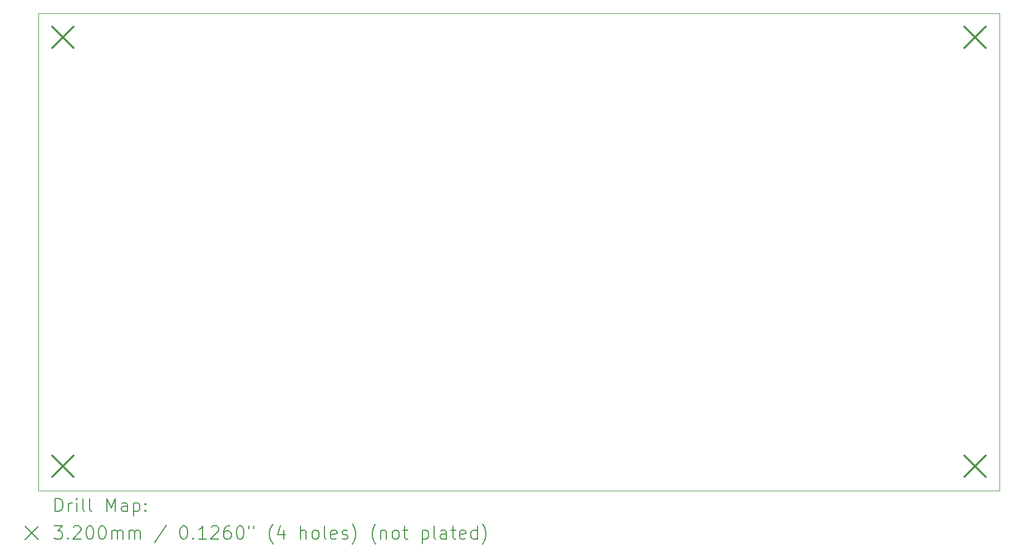
<source format=gbr>
%TF.GenerationSoftware,KiCad,Pcbnew,8.0.1*%
%TF.CreationDate,2024-10-20T11:36:08+02:00*%
%TF.ProjectId,MISRC_v2.2,4d495352-435f-4763-922e-322e6b696361,0.3*%
%TF.SameCoordinates,Original*%
%TF.FileFunction,Drillmap*%
%TF.FilePolarity,Positive*%
%FSLAX45Y45*%
G04 Gerber Fmt 4.5, Leading zero omitted, Abs format (unit mm)*
G04 Created by KiCad (PCBNEW 8.0.1) date 2024-10-20 11:36:08*
%MOMM*%
%LPD*%
G01*
G04 APERTURE LIST*
%ADD10C,0.100000*%
%ADD11C,0.200000*%
%ADD12C,0.320000*%
G04 APERTURE END LIST*
D10*
X20675000Y-13589400D02*
X20675000Y-6325000D01*
X6057300Y-13589000D02*
X20675000Y-13589000D01*
X20675600Y-6324600D02*
X6057900Y-6324600D01*
X6057900Y-6324600D02*
X6057900Y-13589000D01*
D11*
D12*
X6266200Y-6532900D02*
X6586200Y-6852900D01*
X6586200Y-6532900D02*
X6266200Y-6852900D01*
X6266200Y-13060700D02*
X6586200Y-13380700D01*
X6586200Y-13060700D02*
X6266200Y-13380700D01*
X20147300Y-6532900D02*
X20467300Y-6852900D01*
X20467300Y-6532900D02*
X20147300Y-6852900D01*
X20147300Y-13060700D02*
X20467300Y-13380700D01*
X20467300Y-13060700D02*
X20147300Y-13380700D01*
D11*
X6313077Y-13905884D02*
X6313077Y-13705884D01*
X6313077Y-13705884D02*
X6360696Y-13705884D01*
X6360696Y-13705884D02*
X6389267Y-13715408D01*
X6389267Y-13715408D02*
X6408315Y-13734455D01*
X6408315Y-13734455D02*
X6417839Y-13753503D01*
X6417839Y-13753503D02*
X6427362Y-13791598D01*
X6427362Y-13791598D02*
X6427362Y-13820169D01*
X6427362Y-13820169D02*
X6417839Y-13858265D01*
X6417839Y-13858265D02*
X6408315Y-13877312D01*
X6408315Y-13877312D02*
X6389267Y-13896360D01*
X6389267Y-13896360D02*
X6360696Y-13905884D01*
X6360696Y-13905884D02*
X6313077Y-13905884D01*
X6513077Y-13905884D02*
X6513077Y-13772550D01*
X6513077Y-13810646D02*
X6522601Y-13791598D01*
X6522601Y-13791598D02*
X6532124Y-13782074D01*
X6532124Y-13782074D02*
X6551172Y-13772550D01*
X6551172Y-13772550D02*
X6570220Y-13772550D01*
X6636886Y-13905884D02*
X6636886Y-13772550D01*
X6636886Y-13705884D02*
X6627362Y-13715408D01*
X6627362Y-13715408D02*
X6636886Y-13724931D01*
X6636886Y-13724931D02*
X6646410Y-13715408D01*
X6646410Y-13715408D02*
X6636886Y-13705884D01*
X6636886Y-13705884D02*
X6636886Y-13724931D01*
X6760696Y-13905884D02*
X6741648Y-13896360D01*
X6741648Y-13896360D02*
X6732124Y-13877312D01*
X6732124Y-13877312D02*
X6732124Y-13705884D01*
X6865458Y-13905884D02*
X6846410Y-13896360D01*
X6846410Y-13896360D02*
X6836886Y-13877312D01*
X6836886Y-13877312D02*
X6836886Y-13705884D01*
X7094029Y-13905884D02*
X7094029Y-13705884D01*
X7094029Y-13705884D02*
X7160696Y-13848741D01*
X7160696Y-13848741D02*
X7227362Y-13705884D01*
X7227362Y-13705884D02*
X7227362Y-13905884D01*
X7408315Y-13905884D02*
X7408315Y-13801122D01*
X7408315Y-13801122D02*
X7398791Y-13782074D01*
X7398791Y-13782074D02*
X7379743Y-13772550D01*
X7379743Y-13772550D02*
X7341648Y-13772550D01*
X7341648Y-13772550D02*
X7322601Y-13782074D01*
X7408315Y-13896360D02*
X7389267Y-13905884D01*
X7389267Y-13905884D02*
X7341648Y-13905884D01*
X7341648Y-13905884D02*
X7322601Y-13896360D01*
X7322601Y-13896360D02*
X7313077Y-13877312D01*
X7313077Y-13877312D02*
X7313077Y-13858265D01*
X7313077Y-13858265D02*
X7322601Y-13839217D01*
X7322601Y-13839217D02*
X7341648Y-13829693D01*
X7341648Y-13829693D02*
X7389267Y-13829693D01*
X7389267Y-13829693D02*
X7408315Y-13820169D01*
X7503553Y-13772550D02*
X7503553Y-13972550D01*
X7503553Y-13782074D02*
X7522601Y-13772550D01*
X7522601Y-13772550D02*
X7560696Y-13772550D01*
X7560696Y-13772550D02*
X7579743Y-13782074D01*
X7579743Y-13782074D02*
X7589267Y-13791598D01*
X7589267Y-13791598D02*
X7598791Y-13810646D01*
X7598791Y-13810646D02*
X7598791Y-13867788D01*
X7598791Y-13867788D02*
X7589267Y-13886836D01*
X7589267Y-13886836D02*
X7579743Y-13896360D01*
X7579743Y-13896360D02*
X7560696Y-13905884D01*
X7560696Y-13905884D02*
X7522601Y-13905884D01*
X7522601Y-13905884D02*
X7503553Y-13896360D01*
X7684505Y-13886836D02*
X7694029Y-13896360D01*
X7694029Y-13896360D02*
X7684505Y-13905884D01*
X7684505Y-13905884D02*
X7674982Y-13896360D01*
X7674982Y-13896360D02*
X7684505Y-13886836D01*
X7684505Y-13886836D02*
X7684505Y-13905884D01*
X7684505Y-13782074D02*
X7694029Y-13791598D01*
X7694029Y-13791598D02*
X7684505Y-13801122D01*
X7684505Y-13801122D02*
X7674982Y-13791598D01*
X7674982Y-13791598D02*
X7684505Y-13782074D01*
X7684505Y-13782074D02*
X7684505Y-13801122D01*
X5852300Y-14134400D02*
X6052300Y-14334400D01*
X6052300Y-14134400D02*
X5852300Y-14334400D01*
X6294029Y-14125884D02*
X6417839Y-14125884D01*
X6417839Y-14125884D02*
X6351172Y-14202074D01*
X6351172Y-14202074D02*
X6379743Y-14202074D01*
X6379743Y-14202074D02*
X6398791Y-14211598D01*
X6398791Y-14211598D02*
X6408315Y-14221122D01*
X6408315Y-14221122D02*
X6417839Y-14240169D01*
X6417839Y-14240169D02*
X6417839Y-14287788D01*
X6417839Y-14287788D02*
X6408315Y-14306836D01*
X6408315Y-14306836D02*
X6398791Y-14316360D01*
X6398791Y-14316360D02*
X6379743Y-14325884D01*
X6379743Y-14325884D02*
X6322601Y-14325884D01*
X6322601Y-14325884D02*
X6303553Y-14316360D01*
X6303553Y-14316360D02*
X6294029Y-14306836D01*
X6503553Y-14306836D02*
X6513077Y-14316360D01*
X6513077Y-14316360D02*
X6503553Y-14325884D01*
X6503553Y-14325884D02*
X6494029Y-14316360D01*
X6494029Y-14316360D02*
X6503553Y-14306836D01*
X6503553Y-14306836D02*
X6503553Y-14325884D01*
X6589267Y-14144931D02*
X6598791Y-14135408D01*
X6598791Y-14135408D02*
X6617839Y-14125884D01*
X6617839Y-14125884D02*
X6665458Y-14125884D01*
X6665458Y-14125884D02*
X6684505Y-14135408D01*
X6684505Y-14135408D02*
X6694029Y-14144931D01*
X6694029Y-14144931D02*
X6703553Y-14163979D01*
X6703553Y-14163979D02*
X6703553Y-14183027D01*
X6703553Y-14183027D02*
X6694029Y-14211598D01*
X6694029Y-14211598D02*
X6579743Y-14325884D01*
X6579743Y-14325884D02*
X6703553Y-14325884D01*
X6827362Y-14125884D02*
X6846410Y-14125884D01*
X6846410Y-14125884D02*
X6865458Y-14135408D01*
X6865458Y-14135408D02*
X6874982Y-14144931D01*
X6874982Y-14144931D02*
X6884505Y-14163979D01*
X6884505Y-14163979D02*
X6894029Y-14202074D01*
X6894029Y-14202074D02*
X6894029Y-14249693D01*
X6894029Y-14249693D02*
X6884505Y-14287788D01*
X6884505Y-14287788D02*
X6874982Y-14306836D01*
X6874982Y-14306836D02*
X6865458Y-14316360D01*
X6865458Y-14316360D02*
X6846410Y-14325884D01*
X6846410Y-14325884D02*
X6827362Y-14325884D01*
X6827362Y-14325884D02*
X6808315Y-14316360D01*
X6808315Y-14316360D02*
X6798791Y-14306836D01*
X6798791Y-14306836D02*
X6789267Y-14287788D01*
X6789267Y-14287788D02*
X6779743Y-14249693D01*
X6779743Y-14249693D02*
X6779743Y-14202074D01*
X6779743Y-14202074D02*
X6789267Y-14163979D01*
X6789267Y-14163979D02*
X6798791Y-14144931D01*
X6798791Y-14144931D02*
X6808315Y-14135408D01*
X6808315Y-14135408D02*
X6827362Y-14125884D01*
X7017839Y-14125884D02*
X7036886Y-14125884D01*
X7036886Y-14125884D02*
X7055934Y-14135408D01*
X7055934Y-14135408D02*
X7065458Y-14144931D01*
X7065458Y-14144931D02*
X7074982Y-14163979D01*
X7074982Y-14163979D02*
X7084505Y-14202074D01*
X7084505Y-14202074D02*
X7084505Y-14249693D01*
X7084505Y-14249693D02*
X7074982Y-14287788D01*
X7074982Y-14287788D02*
X7065458Y-14306836D01*
X7065458Y-14306836D02*
X7055934Y-14316360D01*
X7055934Y-14316360D02*
X7036886Y-14325884D01*
X7036886Y-14325884D02*
X7017839Y-14325884D01*
X7017839Y-14325884D02*
X6998791Y-14316360D01*
X6998791Y-14316360D02*
X6989267Y-14306836D01*
X6989267Y-14306836D02*
X6979743Y-14287788D01*
X6979743Y-14287788D02*
X6970220Y-14249693D01*
X6970220Y-14249693D02*
X6970220Y-14202074D01*
X6970220Y-14202074D02*
X6979743Y-14163979D01*
X6979743Y-14163979D02*
X6989267Y-14144931D01*
X6989267Y-14144931D02*
X6998791Y-14135408D01*
X6998791Y-14135408D02*
X7017839Y-14125884D01*
X7170220Y-14325884D02*
X7170220Y-14192550D01*
X7170220Y-14211598D02*
X7179743Y-14202074D01*
X7179743Y-14202074D02*
X7198791Y-14192550D01*
X7198791Y-14192550D02*
X7227363Y-14192550D01*
X7227363Y-14192550D02*
X7246410Y-14202074D01*
X7246410Y-14202074D02*
X7255934Y-14221122D01*
X7255934Y-14221122D02*
X7255934Y-14325884D01*
X7255934Y-14221122D02*
X7265458Y-14202074D01*
X7265458Y-14202074D02*
X7284505Y-14192550D01*
X7284505Y-14192550D02*
X7313077Y-14192550D01*
X7313077Y-14192550D02*
X7332124Y-14202074D01*
X7332124Y-14202074D02*
X7341648Y-14221122D01*
X7341648Y-14221122D02*
X7341648Y-14325884D01*
X7436886Y-14325884D02*
X7436886Y-14192550D01*
X7436886Y-14211598D02*
X7446410Y-14202074D01*
X7446410Y-14202074D02*
X7465458Y-14192550D01*
X7465458Y-14192550D02*
X7494029Y-14192550D01*
X7494029Y-14192550D02*
X7513077Y-14202074D01*
X7513077Y-14202074D02*
X7522601Y-14221122D01*
X7522601Y-14221122D02*
X7522601Y-14325884D01*
X7522601Y-14221122D02*
X7532124Y-14202074D01*
X7532124Y-14202074D02*
X7551172Y-14192550D01*
X7551172Y-14192550D02*
X7579743Y-14192550D01*
X7579743Y-14192550D02*
X7598791Y-14202074D01*
X7598791Y-14202074D02*
X7608315Y-14221122D01*
X7608315Y-14221122D02*
X7608315Y-14325884D01*
X7998791Y-14116360D02*
X7827363Y-14373503D01*
X8255934Y-14125884D02*
X8274982Y-14125884D01*
X8274982Y-14125884D02*
X8294029Y-14135408D01*
X8294029Y-14135408D02*
X8303553Y-14144931D01*
X8303553Y-14144931D02*
X8313077Y-14163979D01*
X8313077Y-14163979D02*
X8322601Y-14202074D01*
X8322601Y-14202074D02*
X8322601Y-14249693D01*
X8322601Y-14249693D02*
X8313077Y-14287788D01*
X8313077Y-14287788D02*
X8303553Y-14306836D01*
X8303553Y-14306836D02*
X8294029Y-14316360D01*
X8294029Y-14316360D02*
X8274982Y-14325884D01*
X8274982Y-14325884D02*
X8255934Y-14325884D01*
X8255934Y-14325884D02*
X8236886Y-14316360D01*
X8236886Y-14316360D02*
X8227363Y-14306836D01*
X8227363Y-14306836D02*
X8217839Y-14287788D01*
X8217839Y-14287788D02*
X8208315Y-14249693D01*
X8208315Y-14249693D02*
X8208315Y-14202074D01*
X8208315Y-14202074D02*
X8217839Y-14163979D01*
X8217839Y-14163979D02*
X8227363Y-14144931D01*
X8227363Y-14144931D02*
X8236886Y-14135408D01*
X8236886Y-14135408D02*
X8255934Y-14125884D01*
X8408315Y-14306836D02*
X8417839Y-14316360D01*
X8417839Y-14316360D02*
X8408315Y-14325884D01*
X8408315Y-14325884D02*
X8398791Y-14316360D01*
X8398791Y-14316360D02*
X8408315Y-14306836D01*
X8408315Y-14306836D02*
X8408315Y-14325884D01*
X8608315Y-14325884D02*
X8494029Y-14325884D01*
X8551172Y-14325884D02*
X8551172Y-14125884D01*
X8551172Y-14125884D02*
X8532125Y-14154455D01*
X8532125Y-14154455D02*
X8513077Y-14173503D01*
X8513077Y-14173503D02*
X8494029Y-14183027D01*
X8684506Y-14144931D02*
X8694029Y-14135408D01*
X8694029Y-14135408D02*
X8713077Y-14125884D01*
X8713077Y-14125884D02*
X8760696Y-14125884D01*
X8760696Y-14125884D02*
X8779744Y-14135408D01*
X8779744Y-14135408D02*
X8789268Y-14144931D01*
X8789268Y-14144931D02*
X8798791Y-14163979D01*
X8798791Y-14163979D02*
X8798791Y-14183027D01*
X8798791Y-14183027D02*
X8789268Y-14211598D01*
X8789268Y-14211598D02*
X8674982Y-14325884D01*
X8674982Y-14325884D02*
X8798791Y-14325884D01*
X8970220Y-14125884D02*
X8932125Y-14125884D01*
X8932125Y-14125884D02*
X8913077Y-14135408D01*
X8913077Y-14135408D02*
X8903553Y-14144931D01*
X8903553Y-14144931D02*
X8884506Y-14173503D01*
X8884506Y-14173503D02*
X8874982Y-14211598D01*
X8874982Y-14211598D02*
X8874982Y-14287788D01*
X8874982Y-14287788D02*
X8884506Y-14306836D01*
X8884506Y-14306836D02*
X8894029Y-14316360D01*
X8894029Y-14316360D02*
X8913077Y-14325884D01*
X8913077Y-14325884D02*
X8951172Y-14325884D01*
X8951172Y-14325884D02*
X8970220Y-14316360D01*
X8970220Y-14316360D02*
X8979744Y-14306836D01*
X8979744Y-14306836D02*
X8989268Y-14287788D01*
X8989268Y-14287788D02*
X8989268Y-14240169D01*
X8989268Y-14240169D02*
X8979744Y-14221122D01*
X8979744Y-14221122D02*
X8970220Y-14211598D01*
X8970220Y-14211598D02*
X8951172Y-14202074D01*
X8951172Y-14202074D02*
X8913077Y-14202074D01*
X8913077Y-14202074D02*
X8894029Y-14211598D01*
X8894029Y-14211598D02*
X8884506Y-14221122D01*
X8884506Y-14221122D02*
X8874982Y-14240169D01*
X9113077Y-14125884D02*
X9132125Y-14125884D01*
X9132125Y-14125884D02*
X9151172Y-14135408D01*
X9151172Y-14135408D02*
X9160696Y-14144931D01*
X9160696Y-14144931D02*
X9170220Y-14163979D01*
X9170220Y-14163979D02*
X9179744Y-14202074D01*
X9179744Y-14202074D02*
X9179744Y-14249693D01*
X9179744Y-14249693D02*
X9170220Y-14287788D01*
X9170220Y-14287788D02*
X9160696Y-14306836D01*
X9160696Y-14306836D02*
X9151172Y-14316360D01*
X9151172Y-14316360D02*
X9132125Y-14325884D01*
X9132125Y-14325884D02*
X9113077Y-14325884D01*
X9113077Y-14325884D02*
X9094029Y-14316360D01*
X9094029Y-14316360D02*
X9084506Y-14306836D01*
X9084506Y-14306836D02*
X9074982Y-14287788D01*
X9074982Y-14287788D02*
X9065458Y-14249693D01*
X9065458Y-14249693D02*
X9065458Y-14202074D01*
X9065458Y-14202074D02*
X9074982Y-14163979D01*
X9074982Y-14163979D02*
X9084506Y-14144931D01*
X9084506Y-14144931D02*
X9094029Y-14135408D01*
X9094029Y-14135408D02*
X9113077Y-14125884D01*
X9255934Y-14125884D02*
X9255934Y-14163979D01*
X9332125Y-14125884D02*
X9332125Y-14163979D01*
X9627363Y-14402074D02*
X9617839Y-14392550D01*
X9617839Y-14392550D02*
X9598791Y-14363979D01*
X9598791Y-14363979D02*
X9589268Y-14344931D01*
X9589268Y-14344931D02*
X9579744Y-14316360D01*
X9579744Y-14316360D02*
X9570220Y-14268741D01*
X9570220Y-14268741D02*
X9570220Y-14230646D01*
X9570220Y-14230646D02*
X9579744Y-14183027D01*
X9579744Y-14183027D02*
X9589268Y-14154455D01*
X9589268Y-14154455D02*
X9598791Y-14135408D01*
X9598791Y-14135408D02*
X9617839Y-14106836D01*
X9617839Y-14106836D02*
X9627363Y-14097312D01*
X9789268Y-14192550D02*
X9789268Y-14325884D01*
X9741649Y-14116360D02*
X9694030Y-14259217D01*
X9694030Y-14259217D02*
X9817839Y-14259217D01*
X10046411Y-14325884D02*
X10046411Y-14125884D01*
X10132125Y-14325884D02*
X10132125Y-14221122D01*
X10132125Y-14221122D02*
X10122601Y-14202074D01*
X10122601Y-14202074D02*
X10103553Y-14192550D01*
X10103553Y-14192550D02*
X10074982Y-14192550D01*
X10074982Y-14192550D02*
X10055934Y-14202074D01*
X10055934Y-14202074D02*
X10046411Y-14211598D01*
X10255934Y-14325884D02*
X10236887Y-14316360D01*
X10236887Y-14316360D02*
X10227363Y-14306836D01*
X10227363Y-14306836D02*
X10217839Y-14287788D01*
X10217839Y-14287788D02*
X10217839Y-14230646D01*
X10217839Y-14230646D02*
X10227363Y-14211598D01*
X10227363Y-14211598D02*
X10236887Y-14202074D01*
X10236887Y-14202074D02*
X10255934Y-14192550D01*
X10255934Y-14192550D02*
X10284506Y-14192550D01*
X10284506Y-14192550D02*
X10303553Y-14202074D01*
X10303553Y-14202074D02*
X10313077Y-14211598D01*
X10313077Y-14211598D02*
X10322601Y-14230646D01*
X10322601Y-14230646D02*
X10322601Y-14287788D01*
X10322601Y-14287788D02*
X10313077Y-14306836D01*
X10313077Y-14306836D02*
X10303553Y-14316360D01*
X10303553Y-14316360D02*
X10284506Y-14325884D01*
X10284506Y-14325884D02*
X10255934Y-14325884D01*
X10436887Y-14325884D02*
X10417839Y-14316360D01*
X10417839Y-14316360D02*
X10408315Y-14297312D01*
X10408315Y-14297312D02*
X10408315Y-14125884D01*
X10589268Y-14316360D02*
X10570220Y-14325884D01*
X10570220Y-14325884D02*
X10532125Y-14325884D01*
X10532125Y-14325884D02*
X10513077Y-14316360D01*
X10513077Y-14316360D02*
X10503553Y-14297312D01*
X10503553Y-14297312D02*
X10503553Y-14221122D01*
X10503553Y-14221122D02*
X10513077Y-14202074D01*
X10513077Y-14202074D02*
X10532125Y-14192550D01*
X10532125Y-14192550D02*
X10570220Y-14192550D01*
X10570220Y-14192550D02*
X10589268Y-14202074D01*
X10589268Y-14202074D02*
X10598792Y-14221122D01*
X10598792Y-14221122D02*
X10598792Y-14240169D01*
X10598792Y-14240169D02*
X10503553Y-14259217D01*
X10674982Y-14316360D02*
X10694030Y-14325884D01*
X10694030Y-14325884D02*
X10732125Y-14325884D01*
X10732125Y-14325884D02*
X10751173Y-14316360D01*
X10751173Y-14316360D02*
X10760696Y-14297312D01*
X10760696Y-14297312D02*
X10760696Y-14287788D01*
X10760696Y-14287788D02*
X10751173Y-14268741D01*
X10751173Y-14268741D02*
X10732125Y-14259217D01*
X10732125Y-14259217D02*
X10703553Y-14259217D01*
X10703553Y-14259217D02*
X10684506Y-14249693D01*
X10684506Y-14249693D02*
X10674982Y-14230646D01*
X10674982Y-14230646D02*
X10674982Y-14221122D01*
X10674982Y-14221122D02*
X10684506Y-14202074D01*
X10684506Y-14202074D02*
X10703553Y-14192550D01*
X10703553Y-14192550D02*
X10732125Y-14192550D01*
X10732125Y-14192550D02*
X10751173Y-14202074D01*
X10827363Y-14402074D02*
X10836887Y-14392550D01*
X10836887Y-14392550D02*
X10855934Y-14363979D01*
X10855934Y-14363979D02*
X10865458Y-14344931D01*
X10865458Y-14344931D02*
X10874982Y-14316360D01*
X10874982Y-14316360D02*
X10884506Y-14268741D01*
X10884506Y-14268741D02*
X10884506Y-14230646D01*
X10884506Y-14230646D02*
X10874982Y-14183027D01*
X10874982Y-14183027D02*
X10865458Y-14154455D01*
X10865458Y-14154455D02*
X10855934Y-14135408D01*
X10855934Y-14135408D02*
X10836887Y-14106836D01*
X10836887Y-14106836D02*
X10827363Y-14097312D01*
X11189268Y-14402074D02*
X11179744Y-14392550D01*
X11179744Y-14392550D02*
X11160696Y-14363979D01*
X11160696Y-14363979D02*
X11151173Y-14344931D01*
X11151173Y-14344931D02*
X11141649Y-14316360D01*
X11141649Y-14316360D02*
X11132125Y-14268741D01*
X11132125Y-14268741D02*
X11132125Y-14230646D01*
X11132125Y-14230646D02*
X11141649Y-14183027D01*
X11141649Y-14183027D02*
X11151173Y-14154455D01*
X11151173Y-14154455D02*
X11160696Y-14135408D01*
X11160696Y-14135408D02*
X11179744Y-14106836D01*
X11179744Y-14106836D02*
X11189268Y-14097312D01*
X11265458Y-14192550D02*
X11265458Y-14325884D01*
X11265458Y-14211598D02*
X11274982Y-14202074D01*
X11274982Y-14202074D02*
X11294030Y-14192550D01*
X11294030Y-14192550D02*
X11322601Y-14192550D01*
X11322601Y-14192550D02*
X11341649Y-14202074D01*
X11341649Y-14202074D02*
X11351172Y-14221122D01*
X11351172Y-14221122D02*
X11351172Y-14325884D01*
X11474982Y-14325884D02*
X11455934Y-14316360D01*
X11455934Y-14316360D02*
X11446411Y-14306836D01*
X11446411Y-14306836D02*
X11436887Y-14287788D01*
X11436887Y-14287788D02*
X11436887Y-14230646D01*
X11436887Y-14230646D02*
X11446411Y-14211598D01*
X11446411Y-14211598D02*
X11455934Y-14202074D01*
X11455934Y-14202074D02*
X11474982Y-14192550D01*
X11474982Y-14192550D02*
X11503553Y-14192550D01*
X11503553Y-14192550D02*
X11522601Y-14202074D01*
X11522601Y-14202074D02*
X11532125Y-14211598D01*
X11532125Y-14211598D02*
X11541649Y-14230646D01*
X11541649Y-14230646D02*
X11541649Y-14287788D01*
X11541649Y-14287788D02*
X11532125Y-14306836D01*
X11532125Y-14306836D02*
X11522601Y-14316360D01*
X11522601Y-14316360D02*
X11503553Y-14325884D01*
X11503553Y-14325884D02*
X11474982Y-14325884D01*
X11598792Y-14192550D02*
X11674982Y-14192550D01*
X11627363Y-14125884D02*
X11627363Y-14297312D01*
X11627363Y-14297312D02*
X11636887Y-14316360D01*
X11636887Y-14316360D02*
X11655934Y-14325884D01*
X11655934Y-14325884D02*
X11674982Y-14325884D01*
X11894030Y-14192550D02*
X11894030Y-14392550D01*
X11894030Y-14202074D02*
X11913077Y-14192550D01*
X11913077Y-14192550D02*
X11951173Y-14192550D01*
X11951173Y-14192550D02*
X11970220Y-14202074D01*
X11970220Y-14202074D02*
X11979744Y-14211598D01*
X11979744Y-14211598D02*
X11989268Y-14230646D01*
X11989268Y-14230646D02*
X11989268Y-14287788D01*
X11989268Y-14287788D02*
X11979744Y-14306836D01*
X11979744Y-14306836D02*
X11970220Y-14316360D01*
X11970220Y-14316360D02*
X11951173Y-14325884D01*
X11951173Y-14325884D02*
X11913077Y-14325884D01*
X11913077Y-14325884D02*
X11894030Y-14316360D01*
X12103553Y-14325884D02*
X12084506Y-14316360D01*
X12084506Y-14316360D02*
X12074982Y-14297312D01*
X12074982Y-14297312D02*
X12074982Y-14125884D01*
X12265458Y-14325884D02*
X12265458Y-14221122D01*
X12265458Y-14221122D02*
X12255934Y-14202074D01*
X12255934Y-14202074D02*
X12236887Y-14192550D01*
X12236887Y-14192550D02*
X12198792Y-14192550D01*
X12198792Y-14192550D02*
X12179744Y-14202074D01*
X12265458Y-14316360D02*
X12246411Y-14325884D01*
X12246411Y-14325884D02*
X12198792Y-14325884D01*
X12198792Y-14325884D02*
X12179744Y-14316360D01*
X12179744Y-14316360D02*
X12170220Y-14297312D01*
X12170220Y-14297312D02*
X12170220Y-14278265D01*
X12170220Y-14278265D02*
X12179744Y-14259217D01*
X12179744Y-14259217D02*
X12198792Y-14249693D01*
X12198792Y-14249693D02*
X12246411Y-14249693D01*
X12246411Y-14249693D02*
X12265458Y-14240169D01*
X12332125Y-14192550D02*
X12408315Y-14192550D01*
X12360696Y-14125884D02*
X12360696Y-14297312D01*
X12360696Y-14297312D02*
X12370220Y-14316360D01*
X12370220Y-14316360D02*
X12389268Y-14325884D01*
X12389268Y-14325884D02*
X12408315Y-14325884D01*
X12551173Y-14316360D02*
X12532125Y-14325884D01*
X12532125Y-14325884D02*
X12494030Y-14325884D01*
X12494030Y-14325884D02*
X12474982Y-14316360D01*
X12474982Y-14316360D02*
X12465458Y-14297312D01*
X12465458Y-14297312D02*
X12465458Y-14221122D01*
X12465458Y-14221122D02*
X12474982Y-14202074D01*
X12474982Y-14202074D02*
X12494030Y-14192550D01*
X12494030Y-14192550D02*
X12532125Y-14192550D01*
X12532125Y-14192550D02*
X12551173Y-14202074D01*
X12551173Y-14202074D02*
X12560696Y-14221122D01*
X12560696Y-14221122D02*
X12560696Y-14240169D01*
X12560696Y-14240169D02*
X12465458Y-14259217D01*
X12732125Y-14325884D02*
X12732125Y-14125884D01*
X12732125Y-14316360D02*
X12713077Y-14325884D01*
X12713077Y-14325884D02*
X12674982Y-14325884D01*
X12674982Y-14325884D02*
X12655934Y-14316360D01*
X12655934Y-14316360D02*
X12646411Y-14306836D01*
X12646411Y-14306836D02*
X12636887Y-14287788D01*
X12636887Y-14287788D02*
X12636887Y-14230646D01*
X12636887Y-14230646D02*
X12646411Y-14211598D01*
X12646411Y-14211598D02*
X12655934Y-14202074D01*
X12655934Y-14202074D02*
X12674982Y-14192550D01*
X12674982Y-14192550D02*
X12713077Y-14192550D01*
X12713077Y-14192550D02*
X12732125Y-14202074D01*
X12808315Y-14402074D02*
X12817839Y-14392550D01*
X12817839Y-14392550D02*
X12836887Y-14363979D01*
X12836887Y-14363979D02*
X12846411Y-14344931D01*
X12846411Y-14344931D02*
X12855934Y-14316360D01*
X12855934Y-14316360D02*
X12865458Y-14268741D01*
X12865458Y-14268741D02*
X12865458Y-14230646D01*
X12865458Y-14230646D02*
X12855934Y-14183027D01*
X12855934Y-14183027D02*
X12846411Y-14154455D01*
X12846411Y-14154455D02*
X12836887Y-14135408D01*
X12836887Y-14135408D02*
X12817839Y-14106836D01*
X12817839Y-14106836D02*
X12808315Y-14097312D01*
M02*

</source>
